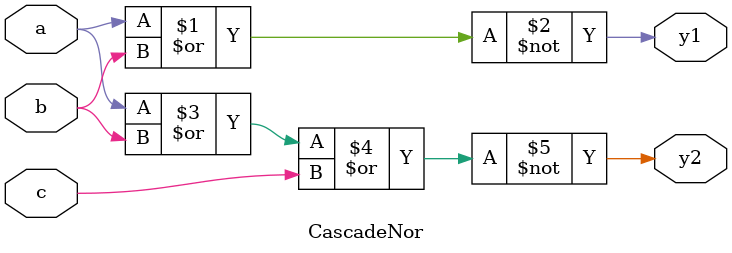
<source format=sv>
module CascadeNor(input a, b, c, output y1, y2);
    assign y1 = ~(a | b);
    assign y2 = ~(a | b | c);
endmodule
</source>
